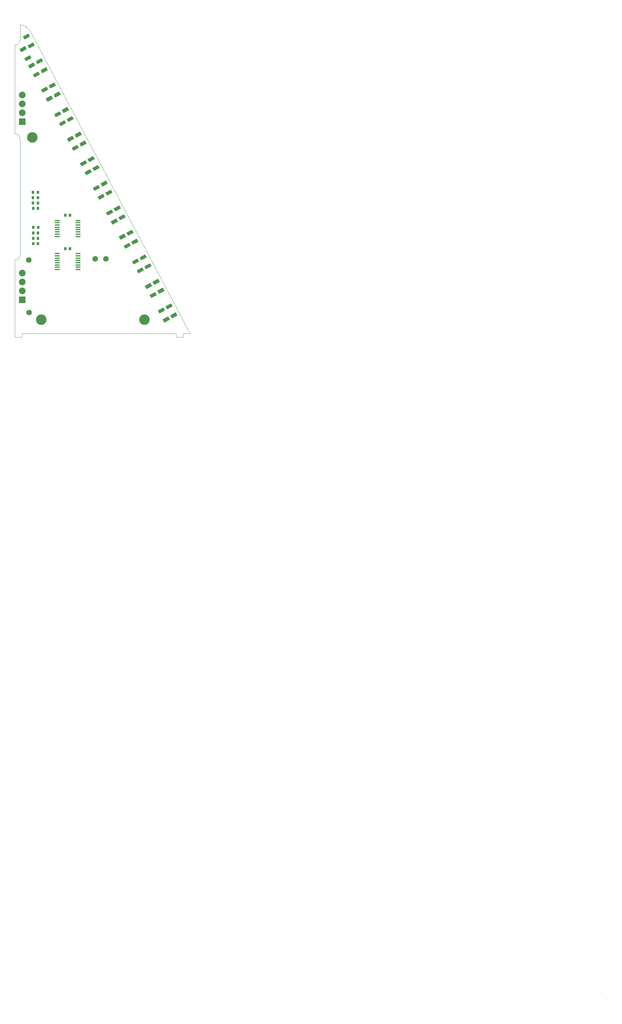
<source format=gts>
%TF.GenerationSoftware,KiCad,Pcbnew,(5.1.6-0-10_14)*%
%TF.CreationDate,2020-10-15T13:56:33+02:00*%
%TF.ProjectId,nowae031,6e6f7761-6530-4333-912e-6b696361645f,0*%
%TF.SameCoordinates,Original*%
%TF.FileFunction,Soldermask,Top*%
%TF.FilePolarity,Negative*%
%FSLAX46Y46*%
G04 Gerber Fmt 4.6, Leading zero omitted, Abs format (unit mm)*
G04 Created by KiCad (PCBNEW (5.1.6-0-10_14)) date 2020-10-15 13:56:33*
%MOMM*%
%LPD*%
G01*
G04 APERTURE LIST*
%TA.AperFunction,Profile*%
%ADD10C,0.050000*%
%TD*%
%TA.AperFunction,Profile*%
%ADD11C,0.200000*%
%TD*%
%ADD12C,3.000000*%
%ADD13C,0.100000*%
%ADD14R,0.700000X0.900000*%
%ADD15R,1.350000X0.450000*%
%ADD16C,1.900000*%
%ADD17R,1.900000X1.900000*%
%ADD18C,1.600000*%
G04 APERTURE END LIST*
D10*
X101490000Y-45190000D02*
G75*
G02*
X99990000Y-46690000I-1500000J0D01*
G01*
X99990000Y-72000000D02*
G75*
G02*
X101490000Y-73500000I0J-1500000D01*
G01*
X99990000Y-72000000D02*
X99990000Y-46690000D01*
X100000000Y-130000000D02*
X100000000Y-108000000D01*
X101500000Y-106500000D02*
G75*
G02*
X100000000Y-108000000I-1500000J0D01*
G01*
X101490000Y-73500000D02*
X101500000Y-106500000D01*
X101499908Y-40830540D02*
X101490000Y-45190000D01*
X101499908Y-40830540D02*
G75*
G02*
X104449999Y-42900001I-709908J-4149460D01*
G01*
X104449243Y-42900000D02*
X150000000Y-129000000D01*
X148000000Y-129000000D02*
X150000000Y-129000000D01*
X148000000Y-130000000D02*
X148000000Y-129000000D01*
X146000000Y-130000000D02*
X148000000Y-130000000D01*
X146000000Y-129000000D02*
X146000000Y-130000000D01*
X102000000Y-129000000D02*
X146000000Y-129000000D01*
X102000000Y-130000000D02*
X102000000Y-129000000D01*
X100000000Y-130000000D02*
X102000000Y-130000000D01*
D11*
X268944859Y-318881889D02*
X268944859Y-318881889D01*
D12*
%TO.C,VAL\u002A\u002A*%
X105000000Y-73020000D03*
%TD*%
%TO.C,VAL\u002A\u002A*%
X107490000Y-125000000D03*
%TD*%
%TO.C,VAL\u002A\u002A*%
X137000000Y-125000000D03*
%TD*%
D13*
%TO.C,R113*%
G36*
X122239877Y-87400777D02*
G01*
X123829183Y-86555728D01*
X124298655Y-87438675D01*
X122709349Y-88283724D01*
X122239877Y-87400777D01*
G37*
G36*
X123601345Y-89961325D02*
G01*
X125190651Y-89116276D01*
X125660123Y-89999223D01*
X124070817Y-90844272D01*
X123601345Y-89961325D01*
G37*
%TD*%
D14*
%TO.C,C101*%
X115750000Y-95250000D03*
X114350000Y-95250000D03*
%TD*%
%TO.C,C102*%
X114350000Y-104750000D03*
X115750000Y-104750000D03*
%TD*%
D13*
%TO.C,DL101*%
G36*
X103620611Y-46781051D02*
G01*
X105209917Y-45936002D01*
X105679389Y-46818949D01*
X104090083Y-47663998D01*
X103620611Y-46781051D01*
G37*
G36*
X102259143Y-44220503D02*
G01*
X103848449Y-43375454D01*
X104317921Y-44258401D01*
X102728615Y-45103450D01*
X102259143Y-44220503D01*
G37*
%TD*%
%TO.C,DL103*%
G36*
X107332079Y-53841599D02*
G01*
X108921385Y-52996550D01*
X109390857Y-53879497D01*
X107801551Y-54724546D01*
X107332079Y-53841599D01*
G37*
G36*
X105970611Y-51281051D02*
G01*
X107559917Y-50436002D01*
X108029389Y-51318949D01*
X106440083Y-52163998D01*
X105970611Y-51281051D01*
G37*
%TD*%
%TO.C,DL105*%
G36*
X111020611Y-60781051D02*
G01*
X112609917Y-59936002D01*
X113079389Y-60818949D01*
X111490083Y-61663998D01*
X111020611Y-60781051D01*
G37*
G36*
X109659143Y-58220503D02*
G01*
X111248449Y-57375454D01*
X111717921Y-58258401D01*
X110128615Y-59103450D01*
X109659143Y-58220503D01*
G37*
%TD*%
%TO.C,DL107*%
G36*
X114751345Y-67761325D02*
G01*
X116340651Y-66916276D01*
X116810123Y-67799223D01*
X115220817Y-68644272D01*
X114751345Y-67761325D01*
G37*
G36*
X113389877Y-65200777D02*
G01*
X114979183Y-64355728D01*
X115448655Y-65238675D01*
X113859349Y-66083724D01*
X113389877Y-65200777D01*
G37*
%TD*%
%TO.C,DL109*%
G36*
X118401345Y-74761325D02*
G01*
X119990651Y-73916276D01*
X120460123Y-74799223D01*
X118870817Y-75644272D01*
X118401345Y-74761325D01*
G37*
G36*
X117039877Y-72200777D02*
G01*
X118629183Y-71355728D01*
X119098655Y-72238675D01*
X117509349Y-73083724D01*
X117039877Y-72200777D01*
G37*
%TD*%
%TO.C,DL111*%
G36*
X122101345Y-81761325D02*
G01*
X123690651Y-80916276D01*
X124160123Y-81799223D01*
X122570817Y-82644272D01*
X122101345Y-81761325D01*
G37*
G36*
X120739877Y-79200777D02*
G01*
X122329183Y-78355728D01*
X122798655Y-79238675D01*
X121209349Y-80083724D01*
X120739877Y-79200777D01*
G37*
%TD*%
%TO.C,DL113*%
G36*
X125801345Y-88761325D02*
G01*
X127390651Y-87916276D01*
X127860123Y-88799223D01*
X126270817Y-89644272D01*
X125801345Y-88761325D01*
G37*
G36*
X124439877Y-86200777D02*
G01*
X126029183Y-85355728D01*
X126498655Y-86238675D01*
X124909349Y-87083724D01*
X124439877Y-86200777D01*
G37*
%TD*%
%TO.C,DL115*%
G36*
X129551345Y-95811325D02*
G01*
X131140651Y-94966276D01*
X131610123Y-95849223D01*
X130020817Y-96694272D01*
X129551345Y-95811325D01*
G37*
G36*
X128189877Y-93250777D02*
G01*
X129779183Y-92405728D01*
X130248655Y-93288675D01*
X128659349Y-94133724D01*
X128189877Y-93250777D01*
G37*
%TD*%
%TO.C,DL117*%
G36*
X133201345Y-102761325D02*
G01*
X134790651Y-101916276D01*
X135260123Y-102799223D01*
X133670817Y-103644272D01*
X133201345Y-102761325D01*
G37*
G36*
X131839877Y-100200777D02*
G01*
X133429183Y-99355728D01*
X133898655Y-100238675D01*
X132309349Y-101083724D01*
X131839877Y-100200777D01*
G37*
%TD*%
%TO.C,DL119*%
G36*
X136951345Y-109761325D02*
G01*
X138540651Y-108916276D01*
X139010123Y-109799223D01*
X137420817Y-110644272D01*
X136951345Y-109761325D01*
G37*
G36*
X135589877Y-107200777D02*
G01*
X137179183Y-106355728D01*
X137648655Y-107238675D01*
X136059349Y-108083724D01*
X135589877Y-107200777D01*
G37*
%TD*%
%TO.C,DL121*%
G36*
X140651345Y-116761325D02*
G01*
X142240651Y-115916276D01*
X142710123Y-116799223D01*
X141120817Y-117644272D01*
X140651345Y-116761325D01*
G37*
G36*
X139289877Y-114200777D02*
G01*
X140879183Y-113355728D01*
X141348655Y-114238675D01*
X139759349Y-115083724D01*
X139289877Y-114200777D01*
G37*
%TD*%
%TO.C,DL123*%
G36*
X144351345Y-123761325D02*
G01*
X145940651Y-122916276D01*
X146410123Y-123799223D01*
X144820817Y-124644272D01*
X144351345Y-123761325D01*
G37*
G36*
X142989877Y-121200777D02*
G01*
X144579183Y-120355728D01*
X145048655Y-121238675D01*
X143459349Y-122083724D01*
X142989877Y-121200777D01*
G37*
%TD*%
%TO.C,R101*%
G36*
X101320611Y-47831051D02*
G01*
X102909917Y-46986002D01*
X103379389Y-47868949D01*
X101790083Y-48713998D01*
X101320611Y-47831051D01*
G37*
G36*
X102682079Y-50391599D02*
G01*
X104271385Y-49546550D01*
X104740857Y-50429497D01*
X103151551Y-51274546D01*
X102682079Y-50391599D01*
G37*
%TD*%
%TO.C,R103*%
G36*
X103739877Y-52500777D02*
G01*
X105329183Y-51655728D01*
X105798655Y-52538675D01*
X104209349Y-53383724D01*
X103739877Y-52500777D01*
G37*
G36*
X105101345Y-55061325D02*
G01*
X106690651Y-54216276D01*
X107160123Y-55099223D01*
X105570817Y-55944272D01*
X105101345Y-55061325D01*
G37*
%TD*%
%TO.C,R105*%
G36*
X107439877Y-59400777D02*
G01*
X109029183Y-58555728D01*
X109498655Y-59438675D01*
X107909349Y-60283724D01*
X107439877Y-59400777D01*
G37*
G36*
X108801345Y-61961325D02*
G01*
X110390651Y-61116276D01*
X110860123Y-61999223D01*
X109270817Y-62844272D01*
X108801345Y-61961325D01*
G37*
%TD*%
%TO.C,R107*%
G36*
X111189877Y-66400777D02*
G01*
X112779183Y-65555728D01*
X113248655Y-66438675D01*
X111659349Y-67283724D01*
X111189877Y-66400777D01*
G37*
G36*
X112551345Y-68961325D02*
G01*
X114140651Y-68116276D01*
X114610123Y-68999223D01*
X113020817Y-69844272D01*
X112551345Y-68961325D01*
G37*
%TD*%
%TO.C,R109*%
G36*
X114839877Y-73400777D02*
G01*
X116429183Y-72555728D01*
X116898655Y-73438675D01*
X115309349Y-74283724D01*
X114839877Y-73400777D01*
G37*
G36*
X116201345Y-75961325D02*
G01*
X117790651Y-75116276D01*
X118260123Y-75999223D01*
X116670817Y-76844272D01*
X116201345Y-75961325D01*
G37*
%TD*%
%TO.C,R111*%
G36*
X118545614Y-80375777D02*
G01*
X120134920Y-79530728D01*
X120604392Y-80413675D01*
X119015086Y-81258724D01*
X118545614Y-80375777D01*
G37*
G36*
X119907082Y-82936325D02*
G01*
X121496388Y-82091276D01*
X121965860Y-82974223D01*
X120376554Y-83819272D01*
X119907082Y-82936325D01*
G37*
%TD*%
%TO.C,R115*%
G36*
X125989877Y-94450777D02*
G01*
X127579183Y-93605728D01*
X128048655Y-94488675D01*
X126459349Y-95333724D01*
X125989877Y-94450777D01*
G37*
G36*
X127351345Y-97011325D02*
G01*
X128940651Y-96166276D01*
X129410123Y-97049223D01*
X127820817Y-97894272D01*
X127351345Y-97011325D01*
G37*
%TD*%
%TO.C,R117*%
G36*
X129639877Y-101350777D02*
G01*
X131229183Y-100505728D01*
X131698655Y-101388675D01*
X130109349Y-102233724D01*
X129639877Y-101350777D01*
G37*
G36*
X131001345Y-103911325D02*
G01*
X132590651Y-103066276D01*
X133060123Y-103949223D01*
X131470817Y-104794272D01*
X131001345Y-103911325D01*
G37*
%TD*%
%TO.C,R119*%
G36*
X133389877Y-108400777D02*
G01*
X134979183Y-107555728D01*
X135448655Y-108438675D01*
X133859349Y-109283724D01*
X133389877Y-108400777D01*
G37*
G36*
X134751345Y-110961325D02*
G01*
X136340651Y-110116276D01*
X136810123Y-110999223D01*
X135220817Y-111844272D01*
X134751345Y-110961325D01*
G37*
%TD*%
%TO.C,R121*%
G36*
X137089877Y-115400777D02*
G01*
X138679183Y-114555728D01*
X139148655Y-115438675D01*
X137559349Y-116283724D01*
X137089877Y-115400777D01*
G37*
G36*
X138451345Y-117961325D02*
G01*
X140040651Y-117116276D01*
X140510123Y-117999223D01*
X138920817Y-118844272D01*
X138451345Y-117961325D01*
G37*
%TD*%
%TO.C,R123*%
G36*
X140789877Y-122400777D02*
G01*
X142379183Y-121555728D01*
X142848655Y-122438675D01*
X141259349Y-123283724D01*
X140789877Y-122400777D01*
G37*
G36*
X142151345Y-124961325D02*
G01*
X143740651Y-124116276D01*
X144210123Y-124999223D01*
X142620817Y-125844272D01*
X142151345Y-124961325D01*
G37*
%TD*%
D15*
%TO.C,U101*%
X112100000Y-96725000D03*
X112100000Y-97375000D03*
X112100000Y-98025000D03*
X112100000Y-98675000D03*
X112100000Y-99325000D03*
X112100000Y-99975000D03*
X112100000Y-100625000D03*
X118000000Y-100625000D03*
X118000000Y-99975000D03*
X118000000Y-99325000D03*
X118000000Y-98675000D03*
X118000000Y-98025000D03*
X118000000Y-97375000D03*
X118000000Y-96725000D03*
X112100000Y-101275000D03*
X118000000Y-101275000D03*
%TD*%
%TO.C,U102*%
X112100000Y-106175000D03*
X112100000Y-106825000D03*
X112100000Y-107475000D03*
X112100000Y-108125000D03*
X112100000Y-108775000D03*
X112100000Y-109425000D03*
X112100000Y-110075000D03*
X118000000Y-110075000D03*
X118000000Y-109425000D03*
X118000000Y-108775000D03*
X118000000Y-108125000D03*
X118000000Y-107475000D03*
X118000000Y-106825000D03*
X118000000Y-106175000D03*
X112100000Y-110725000D03*
X118000000Y-110725000D03*
%TD*%
D16*
%TO.C,P102*%
X102100000Y-116770000D03*
X102100000Y-114230000D03*
D17*
X102100000Y-119310000D03*
D16*
X102100000Y-111690000D03*
%TD*%
%TO.C,P101*%
X102100000Y-60890000D03*
D17*
X102100000Y-68510000D03*
D16*
X102100000Y-63430000D03*
X102100000Y-65970000D03*
%TD*%
D18*
%TO.C,TP102*%
X103990000Y-108010000D03*
%TD*%
D14*
%TO.C,R125*%
X106560000Y-88710000D03*
X105160000Y-88710000D03*
%TD*%
%TO.C,R126*%
X105170000Y-90250000D03*
X106570000Y-90250000D03*
%TD*%
%TO.C,R127*%
X106570000Y-91770000D03*
X105170000Y-91770000D03*
%TD*%
%TO.C,R128*%
X105180000Y-93290000D03*
X106580000Y-93290000D03*
%TD*%
%TO.C,R129*%
X106620000Y-98720000D03*
X105220000Y-98720000D03*
%TD*%
%TO.C,R130*%
X105210000Y-100270000D03*
X106610000Y-100270000D03*
%TD*%
%TO.C,R131*%
X106610000Y-101820000D03*
X105210000Y-101820000D03*
%TD*%
%TO.C,R132*%
X105210000Y-103320000D03*
X106610000Y-103320000D03*
%TD*%
D18*
%TO.C,TP101*%
X104000000Y-123010000D03*
%TD*%
%TO.C,TP103*%
X122880000Y-107690000D03*
%TD*%
%TO.C,TP104*%
X125990000Y-107690000D03*
%TD*%
M02*

</source>
